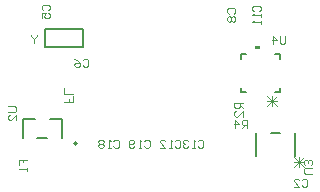
<source format=gbr>
%TF.GenerationSoftware,Altium Limited,Altium Designer,20.2.5 (213)*%
G04 Layer_Color=32896*
%FSLAX26Y26*%
%MOIN*%
%TF.SameCoordinates,0FE6C2C3-B7F4-45EC-A48D-0F423D7CACB9*%
%TF.FilePolarity,Positive*%
%TF.FileFunction,Legend,Bot*%
%TF.Part,Single*%
G01*
G75*
%TA.AperFunction,NonConductor*%
%ADD37C,0.006000*%
%ADD38C,0.005000*%
%ADD39C,0.003937*%
%ADD40C,0.003000*%
G36*
X2524853Y2012527D02*
Y2022527D01*
X2509853D01*
Y2012527D01*
X2524853D01*
D02*
G37*
D37*
X1915039Y1697788D02*
G03*
X1915039Y1697788I-5000J0D01*
G01*
X2591252Y1867416D02*
Y1883938D01*
X2463140Y1867416D02*
Y1883938D01*
Y1995526D02*
X2479662D01*
X2591252Y1979004D02*
Y1995526D01*
X2574730Y1867416D02*
X2591252D01*
X2463140D02*
X2479662D01*
X2463140Y1979004D02*
Y1995526D01*
X2574730D02*
X2591252D01*
X2643622Y1655796D02*
Y1732724D01*
X2563140D02*
X2592058D01*
X2511576Y1655796D02*
Y1732724D01*
X1824140Y1779560D02*
X1865040D01*
Y1714442D02*
Y1779560D01*
X1734960D02*
X1775860D01*
X1734960Y1714442D02*
Y1779560D01*
X1783786Y1714442D02*
X1816214D01*
D38*
X1810000Y2077500D02*
X1936000D01*
X1810000Y2018500D02*
Y2077500D01*
Y2018500D02*
X1936000D01*
Y2077500D01*
D39*
X2318599Y1705958D02*
X2323191Y1710550D01*
X2332374D01*
X2336966Y1705958D01*
Y1687592D01*
X2332374Y1683000D01*
X2323191D01*
X2318599Y1687592D01*
X2309416Y1683000D02*
X2300232D01*
X2304824D01*
Y1710550D01*
X2309416Y1705958D01*
X2286457D02*
X2281865Y1710550D01*
X2272682D01*
X2268090Y1705958D01*
Y1701367D01*
X2272682Y1696775D01*
X2277274D01*
X2272682D01*
X2268090Y1692183D01*
Y1687592D01*
X2272682Y1683000D01*
X2281865D01*
X2286457Y1687592D01*
X1782000Y2059550D02*
Y2054959D01*
X1772817Y2045775D01*
X1763633Y2054959D01*
Y2059550D01*
X1772817Y2045775D02*
Y2032000D01*
X2610393Y2057180D02*
Y2034221D01*
X2605801Y2029629D01*
X2596618D01*
X2592026Y2034221D01*
Y2057180D01*
X2569067Y2029629D02*
Y2057180D01*
X2582843Y2043404D01*
X2564476D01*
X2699748Y1597000D02*
X2676789D01*
X2672197Y1601592D01*
Y1610775D01*
X2676789Y1615367D01*
X2699748D01*
X2695156Y1624550D02*
X2699748Y1629142D01*
Y1638325D01*
X2695156Y1642917D01*
X2690564D01*
X2685972Y1638325D01*
Y1633734D01*
Y1638325D01*
X2681381Y1642917D01*
X2676789D01*
X2672197Y1638325D01*
Y1629142D01*
X2676789Y1624550D01*
X1686450Y1821001D02*
X1709408D01*
X1714000Y1816409D01*
Y1807226D01*
X1709408Y1802634D01*
X1686450D01*
X1714000Y1775084D02*
Y1793450D01*
X1695633Y1775084D01*
X1691042D01*
X1686450Y1779675D01*
Y1788859D01*
X1691042Y1793450D01*
X2484000Y1749000D02*
Y1776550D01*
X2470225D01*
X2465633Y1771958D01*
Y1762775D01*
X2470225Y1758183D01*
X2484000D01*
X2474817D02*
X2465633Y1749000D01*
X2442675D02*
Y1776550D01*
X2456450Y1762775D01*
X2438083D01*
X2467457Y1833291D02*
X2439907D01*
Y1819516D01*
X2444498Y1814925D01*
X2453682D01*
X2458273Y1819516D01*
Y1833291D01*
Y1824108D02*
X2467457Y1814925D01*
Y1787374D02*
Y1805741D01*
X2449090Y1787374D01*
X2444498D01*
X2439907Y1791966D01*
Y1801149D01*
X2444498Y1805741D01*
X1901550Y1854367D02*
Y1836000D01*
X1887775D01*
Y1845183D01*
Y1836000D01*
X1874000D01*
X1901550Y1863550D02*
X1874000D01*
Y1881917D01*
X1722450Y1625634D02*
Y1644001D01*
X1736225D01*
Y1634817D01*
Y1644001D01*
X1750000D01*
Y1616450D02*
Y1607267D01*
Y1611859D01*
X1722450D01*
X1727042Y1616450D01*
X2139463Y1705958D02*
X2144055Y1710550D01*
X2153238D01*
X2157830Y1705958D01*
Y1687592D01*
X2153238Y1683000D01*
X2144055D01*
X2139463Y1687592D01*
X2130280Y1683000D02*
X2121096D01*
X2125688D01*
Y1710550D01*
X2130280Y1705958D01*
X2107321Y1687592D02*
X2102729Y1683000D01*
X2093546D01*
X2088954Y1687592D01*
Y1705958D01*
X2093546Y1710550D01*
X2102729D01*
X2107321Y1705958D01*
Y1701367D01*
X2102729Y1696775D01*
X2088954D01*
X2037101Y1705958D02*
X2041693Y1710550D01*
X2050876D01*
X2055468Y1705958D01*
Y1687592D01*
X2050876Y1683000D01*
X2041693D01*
X2037101Y1687592D01*
X2027918Y1683000D02*
X2018734D01*
X2023326D01*
Y1710550D01*
X2027918Y1705958D01*
X2004959D02*
X2000368Y1710550D01*
X1991184D01*
X1986592Y1705958D01*
Y1701367D01*
X1991184Y1696775D01*
X1986592Y1692183D01*
Y1687592D01*
X1991184Y1683000D01*
X2000368D01*
X2004959Y1687592D01*
Y1692183D01*
X2000368Y1696775D01*
X2004959Y1701367D01*
Y1705958D01*
X2000368Y1696775D02*
X1991184D01*
X2241827Y1705958D02*
X2246419Y1710550D01*
X2255602D01*
X2260194Y1705958D01*
Y1687592D01*
X2255602Y1683000D01*
X2246419D01*
X2241827Y1687592D01*
X2232644Y1683000D02*
X2223460D01*
X2228052D01*
Y1710550D01*
X2232644Y1705958D01*
X2191318Y1683000D02*
X2209685D01*
X2191318Y1701367D01*
Y1705958D01*
X2195910Y1710550D01*
X2205093D01*
X2209685Y1705958D01*
X2505041Y2138633D02*
X2500450Y2143225D01*
Y2152408D01*
X2505041Y2157000D01*
X2523408D01*
X2528000Y2152408D01*
Y2143225D01*
X2523408Y2138633D01*
X2528000Y2129450D02*
Y2120266D01*
Y2124858D01*
X2500450D01*
X2505041Y2129450D01*
X2528000Y2106491D02*
Y2097308D01*
Y2101900D01*
X2500450D01*
X2505041Y2106491D01*
X2421041Y2130633D02*
X2416450Y2135225D01*
Y2144408D01*
X2421041Y2149000D01*
X2439408D01*
X2444000Y2144408D01*
Y2135225D01*
X2439408Y2130633D01*
X2421041Y2121450D02*
X2416450Y2116858D01*
Y2107675D01*
X2421041Y2103083D01*
X2425633D01*
X2430225Y2107675D01*
X2434817Y2103083D01*
X2439408D01*
X2444000Y2107675D01*
Y2116858D01*
X2439408Y2121450D01*
X2434817D01*
X2430225Y2116858D01*
X2425633Y2121450D01*
X2421041D01*
X2430225Y2116858D02*
Y2107675D01*
X1934633Y1975958D02*
X1939225Y1980550D01*
X1948408D01*
X1953000Y1975958D01*
Y1957592D01*
X1948408Y1953000D01*
X1939225D01*
X1934633Y1957592D01*
X1907083Y1980550D02*
X1916266Y1975958D01*
X1925450Y1966775D01*
Y1957592D01*
X1920858Y1953000D01*
X1911675D01*
X1907083Y1957592D01*
Y1962183D01*
X1911675Y1966775D01*
X1925450D01*
X1802042Y2141633D02*
X1797450Y2146225D01*
Y2155408D01*
X1802042Y2160000D01*
X1820408D01*
X1825000Y2155408D01*
Y2146225D01*
X1820408Y2141633D01*
X1797450Y2114083D02*
Y2132450D01*
X1811225D01*
X1806633Y2123266D01*
Y2118675D01*
X1811225Y2114083D01*
X1820408D01*
X1825000Y2118675D01*
Y2127858D01*
X1820408Y2132450D01*
X2665633Y1575958D02*
X2670225Y1580550D01*
X2679408D01*
X2684000Y1575958D01*
Y1557592D01*
X2679408Y1553000D01*
X2670225D01*
X2665633Y1557592D01*
X2638083Y1553000D02*
X2656450D01*
X2638083Y1571367D01*
Y1575958D01*
X2642675Y1580550D01*
X2651858D01*
X2656450Y1575958D01*
D40*
X2583219Y1822917D02*
X2549897Y1856239D01*
Y1822917D02*
X2583219Y1856239D01*
X2566558Y1822917D02*
Y1856239D01*
X2549897Y1839578D02*
X2583219D01*
X2671339Y1618500D02*
X2638016Y1651823D01*
Y1618500D02*
X2671339Y1651823D01*
X2654677Y1618500D02*
Y1651823D01*
X2638016Y1635161D02*
X2671339D01*
%TF.MD5,df9c7f63b1a055842f212fb749b146c3*%
M02*

</source>
